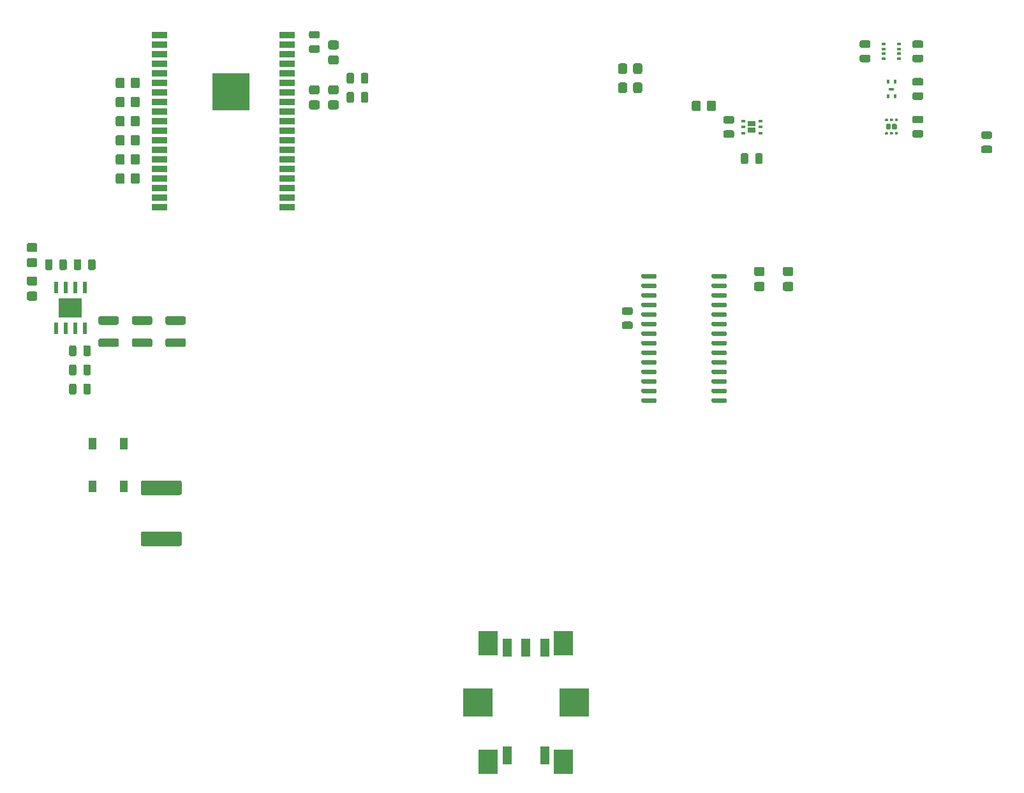
<source format=gbr>
G04 #@! TF.GenerationSoftware,KiCad,Pcbnew,(5.1.8-0-10_14)*
G04 #@! TF.CreationDate,2020-12-03T22:49:33-06:00*
G04 #@! TF.ProjectId,ClimateSprinklerController,436c696d-6174-4655-9370-72696e6b6c65,rev?*
G04 #@! TF.SameCoordinates,Original*
G04 #@! TF.FileFunction,Paste,Bot*
G04 #@! TF.FilePolarity,Positive*
%FSLAX46Y46*%
G04 Gerber Fmt 4.6, Leading zero omitted, Abs format (unit mm)*
G04 Created by KiCad (PCBNEW (5.1.8-0-10_14)) date 2020-12-03 22:49:33*
%MOMM*%
%LPD*%
G01*
G04 APERTURE LIST*
%ADD10R,1.050000X0.700000*%
%ADD11R,0.630000X0.450000*%
%ADD12R,5.000000X5.000000*%
%ADD13R,2.000000X0.900000*%
%ADD14R,1.300000X2.400000*%
%ADD15R,4.000000X3.750000*%
%ADD16R,2.500000X3.200000*%
%ADD17R,0.500000X0.350000*%
%ADD18R,0.300000X0.500000*%
%ADD19R,0.800000X0.350000*%
%ADD20R,3.100000X2.600000*%
%ADD21R,0.600000X1.550000*%
%ADD22R,1.100000X1.500000*%
G04 APERTURE END LIST*
D10*
X179959000Y-58947000D03*
X179959000Y-58147000D03*
D11*
X178809000Y-59347000D03*
X178809000Y-58547000D03*
X178809000Y-57747000D03*
X181109000Y-57747000D03*
X181109000Y-58547000D03*
X181109000Y-59347000D03*
G36*
G01*
X174009000Y-56203001D02*
X174009000Y-55302999D01*
G75*
G02*
X174258999Y-55053000I249999J0D01*
G01*
X174959001Y-55053000D01*
G75*
G02*
X175209000Y-55302999I0J-249999D01*
G01*
X175209000Y-56203001D01*
G75*
G02*
X174959001Y-56453000I-249999J0D01*
G01*
X174258999Y-56453000D01*
G75*
G02*
X174009000Y-56203001I0J249999D01*
G01*
G37*
G36*
G01*
X172009000Y-56203001D02*
X172009000Y-55302999D01*
G75*
G02*
X172258999Y-55053000I249999J0D01*
G01*
X172959001Y-55053000D01*
G75*
G02*
X173209000Y-55302999I0J-249999D01*
G01*
X173209000Y-56203001D01*
G75*
G02*
X172959001Y-56453000I-249999J0D01*
G01*
X172258999Y-56453000D01*
G75*
G02*
X172009000Y-56203001I0J249999D01*
G01*
G37*
G36*
G01*
X176436000Y-57097000D02*
X177386000Y-57097000D01*
G75*
G02*
X177636000Y-57347000I0J-250000D01*
G01*
X177636000Y-57847000D01*
G75*
G02*
X177386000Y-58097000I-250000J0D01*
G01*
X176436000Y-58097000D01*
G75*
G02*
X176186000Y-57847000I0J250000D01*
G01*
X176186000Y-57347000D01*
G75*
G02*
X176436000Y-57097000I250000J0D01*
G01*
G37*
G36*
G01*
X176436000Y-58997000D02*
X177386000Y-58997000D01*
G75*
G02*
X177636000Y-59247000I0J-250000D01*
G01*
X177636000Y-59747000D01*
G75*
G02*
X177386000Y-59997000I-250000J0D01*
G01*
X176436000Y-59997000D01*
G75*
G02*
X176186000Y-59747000I0J250000D01*
G01*
X176186000Y-59247000D01*
G75*
G02*
X176436000Y-58997000I250000J0D01*
G01*
G37*
G36*
G01*
X180409000Y-63213000D02*
X180409000Y-62263000D01*
G75*
G02*
X180659000Y-62013000I250000J0D01*
G01*
X181159000Y-62013000D01*
G75*
G02*
X181409000Y-62263000I0J-250000D01*
G01*
X181409000Y-63213000D01*
G75*
G02*
X181159000Y-63463000I-250000J0D01*
G01*
X180659000Y-63463000D01*
G75*
G02*
X180409000Y-63213000I0J250000D01*
G01*
G37*
G36*
G01*
X178509000Y-63213000D02*
X178509000Y-62263000D01*
G75*
G02*
X178759000Y-62013000I250000J0D01*
G01*
X179259000Y-62013000D01*
G75*
G02*
X179509000Y-62263000I0J-250000D01*
G01*
X179509000Y-63213000D01*
G75*
G02*
X179259000Y-63463000I-250000J0D01*
G01*
X178759000Y-63463000D01*
G75*
G02*
X178509000Y-63213000I0J250000D01*
G01*
G37*
G36*
G01*
X180524999Y-79140000D02*
X181425001Y-79140000D01*
G75*
G02*
X181675000Y-79389999I0J-249999D01*
G01*
X181675000Y-80090001D01*
G75*
G02*
X181425001Y-80340000I-249999J0D01*
G01*
X180524999Y-80340000D01*
G75*
G02*
X180275000Y-80090001I0J249999D01*
G01*
X180275000Y-79389999D01*
G75*
G02*
X180524999Y-79140000I249999J0D01*
G01*
G37*
G36*
G01*
X180524999Y-77140000D02*
X181425001Y-77140000D01*
G75*
G02*
X181675000Y-77389999I0J-249999D01*
G01*
X181675000Y-78090001D01*
G75*
G02*
X181425001Y-78340000I-249999J0D01*
G01*
X180524999Y-78340000D01*
G75*
G02*
X180275000Y-78090001I0J249999D01*
G01*
X180275000Y-77389999D01*
G75*
G02*
X180524999Y-77140000I249999J0D01*
G01*
G37*
G36*
G01*
X184334999Y-79140000D02*
X185235001Y-79140000D01*
G75*
G02*
X185485000Y-79389999I0J-249999D01*
G01*
X185485000Y-80090001D01*
G75*
G02*
X185235001Y-80340000I-249999J0D01*
G01*
X184334999Y-80340000D01*
G75*
G02*
X184085000Y-80090001I0J249999D01*
G01*
X184085000Y-79389999D01*
G75*
G02*
X184334999Y-79140000I249999J0D01*
G01*
G37*
G36*
G01*
X184334999Y-77140000D02*
X185235001Y-77140000D01*
G75*
G02*
X185485000Y-77389999I0J-249999D01*
G01*
X185485000Y-78090001D01*
G75*
G02*
X185235001Y-78340000I-249999J0D01*
G01*
X184334999Y-78340000D01*
G75*
G02*
X184085000Y-78090001I0J249999D01*
G01*
X184085000Y-77389999D01*
G75*
G02*
X184334999Y-77140000I249999J0D01*
G01*
G37*
G36*
G01*
X122370001Y-54210000D02*
X121469999Y-54210000D01*
G75*
G02*
X121220000Y-53960001I0J249999D01*
G01*
X121220000Y-53259999D01*
G75*
G02*
X121469999Y-53010000I249999J0D01*
G01*
X122370001Y-53010000D01*
G75*
G02*
X122620000Y-53259999I0J-249999D01*
G01*
X122620000Y-53960001D01*
G75*
G02*
X122370001Y-54210000I-249999J0D01*
G01*
G37*
G36*
G01*
X122370001Y-56210000D02*
X121469999Y-56210000D01*
G75*
G02*
X121220000Y-55960001I0J249999D01*
G01*
X121220000Y-55259999D01*
G75*
G02*
X121469999Y-55010000I249999J0D01*
G01*
X122370001Y-55010000D01*
G75*
G02*
X122620000Y-55259999I0J-249999D01*
G01*
X122620000Y-55960001D01*
G75*
G02*
X122370001Y-56210000I-249999J0D01*
G01*
G37*
G36*
G01*
X96755000Y-52254999D02*
X96755000Y-53155001D01*
G75*
G02*
X96505001Y-53405000I-249999J0D01*
G01*
X95804999Y-53405000D01*
G75*
G02*
X95555000Y-53155001I0J249999D01*
G01*
X95555000Y-52254999D01*
G75*
G02*
X95804999Y-52005000I249999J0D01*
G01*
X96505001Y-52005000D01*
G75*
G02*
X96755000Y-52254999I0J-249999D01*
G01*
G37*
G36*
G01*
X98755000Y-52254999D02*
X98755000Y-53155001D01*
G75*
G02*
X98505001Y-53405000I-249999J0D01*
G01*
X97804999Y-53405000D01*
G75*
G02*
X97555000Y-53155001I0J249999D01*
G01*
X97555000Y-52254999D01*
G75*
G02*
X97804999Y-52005000I249999J0D01*
G01*
X98505001Y-52005000D01*
G75*
G02*
X98755000Y-52254999I0J-249999D01*
G01*
G37*
G36*
G01*
X124009999Y-55010000D02*
X124910001Y-55010000D01*
G75*
G02*
X125160000Y-55259999I0J-249999D01*
G01*
X125160000Y-55960001D01*
G75*
G02*
X124910001Y-56210000I-249999J0D01*
G01*
X124009999Y-56210000D01*
G75*
G02*
X123760000Y-55960001I0J249999D01*
G01*
X123760000Y-55259999D01*
G75*
G02*
X124009999Y-55010000I249999J0D01*
G01*
G37*
G36*
G01*
X124009999Y-53010000D02*
X124910001Y-53010000D01*
G75*
G02*
X125160000Y-53259999I0J-249999D01*
G01*
X125160000Y-53960001D01*
G75*
G02*
X124910001Y-54210000I-249999J0D01*
G01*
X124009999Y-54210000D01*
G75*
G02*
X123760000Y-53960001I0J249999D01*
G01*
X123760000Y-53259999D01*
G75*
G02*
X124009999Y-53010000I249999J0D01*
G01*
G37*
G36*
G01*
X84004999Y-80410000D02*
X84905001Y-80410000D01*
G75*
G02*
X85155000Y-80659999I0J-249999D01*
G01*
X85155000Y-81360001D01*
G75*
G02*
X84905001Y-81610000I-249999J0D01*
G01*
X84004999Y-81610000D01*
G75*
G02*
X83755000Y-81360001I0J249999D01*
G01*
X83755000Y-80659999D01*
G75*
G02*
X84004999Y-80410000I249999J0D01*
G01*
G37*
G36*
G01*
X84004999Y-78410000D02*
X84905001Y-78410000D01*
G75*
G02*
X85155000Y-78659999I0J-249999D01*
G01*
X85155000Y-79360001D01*
G75*
G02*
X84905001Y-79610000I-249999J0D01*
G01*
X84004999Y-79610000D01*
G75*
G02*
X83755000Y-79360001I0J249999D01*
G01*
X83755000Y-78659999D01*
G75*
G02*
X84004999Y-78410000I249999J0D01*
G01*
G37*
G36*
G01*
X84004999Y-75965000D02*
X84905001Y-75965000D01*
G75*
G02*
X85155000Y-76214999I0J-249999D01*
G01*
X85155000Y-76915001D01*
G75*
G02*
X84905001Y-77165000I-249999J0D01*
G01*
X84004999Y-77165000D01*
G75*
G02*
X83755000Y-76915001I0J249999D01*
G01*
X83755000Y-76214999D01*
G75*
G02*
X84004999Y-75965000I249999J0D01*
G01*
G37*
G36*
G01*
X84004999Y-73965000D02*
X84905001Y-73965000D01*
G75*
G02*
X85155000Y-74214999I0J-249999D01*
G01*
X85155000Y-74915001D01*
G75*
G02*
X84905001Y-75165000I-249999J0D01*
G01*
X84004999Y-75165000D01*
G75*
G02*
X83755000Y-74915001I0J249999D01*
G01*
X83755000Y-74214999D01*
G75*
G02*
X84004999Y-73965000I249999J0D01*
G01*
G37*
G36*
G01*
X164230000Y-53790001D02*
X164230000Y-52889999D01*
G75*
G02*
X164479999Y-52640000I249999J0D01*
G01*
X165180001Y-52640000D01*
G75*
G02*
X165430000Y-52889999I0J-249999D01*
G01*
X165430000Y-53790001D01*
G75*
G02*
X165180001Y-54040000I-249999J0D01*
G01*
X164479999Y-54040000D01*
G75*
G02*
X164230000Y-53790001I0J249999D01*
G01*
G37*
G36*
G01*
X162230000Y-53790001D02*
X162230000Y-52889999D01*
G75*
G02*
X162479999Y-52640000I249999J0D01*
G01*
X163180001Y-52640000D01*
G75*
G02*
X163430000Y-52889999I0J-249999D01*
G01*
X163430000Y-53790001D01*
G75*
G02*
X163180001Y-54040000I-249999J0D01*
G01*
X162479999Y-54040000D01*
G75*
G02*
X162230000Y-53790001I0J249999D01*
G01*
G37*
G36*
G01*
X164230000Y-51250001D02*
X164230000Y-50349999D01*
G75*
G02*
X164479999Y-50100000I249999J0D01*
G01*
X165180001Y-50100000D01*
G75*
G02*
X165430000Y-50349999I0J-249999D01*
G01*
X165430000Y-51250001D01*
G75*
G02*
X165180001Y-51500000I-249999J0D01*
G01*
X164479999Y-51500000D01*
G75*
G02*
X164230000Y-51250001I0J249999D01*
G01*
G37*
G36*
G01*
X162230000Y-51250001D02*
X162230000Y-50349999D01*
G75*
G02*
X162479999Y-50100000I249999J0D01*
G01*
X163180001Y-50100000D01*
G75*
G02*
X163430000Y-50349999I0J-249999D01*
G01*
X163430000Y-51250001D01*
G75*
G02*
X163180001Y-51500000I-249999J0D01*
G01*
X162479999Y-51500000D01*
G75*
G02*
X162230000Y-51250001I0J249999D01*
G01*
G37*
G36*
G01*
X97555000Y-65855001D02*
X97555000Y-64954999D01*
G75*
G02*
X97804999Y-64705000I249999J0D01*
G01*
X98505001Y-64705000D01*
G75*
G02*
X98755000Y-64954999I0J-249999D01*
G01*
X98755000Y-65855001D01*
G75*
G02*
X98505001Y-66105000I-249999J0D01*
G01*
X97804999Y-66105000D01*
G75*
G02*
X97555000Y-65855001I0J249999D01*
G01*
G37*
G36*
G01*
X95555000Y-65855001D02*
X95555000Y-64954999D01*
G75*
G02*
X95804999Y-64705000I249999J0D01*
G01*
X96505001Y-64705000D01*
G75*
G02*
X96755000Y-64954999I0J-249999D01*
G01*
X96755000Y-65855001D01*
G75*
G02*
X96505001Y-66105000I-249999J0D01*
G01*
X95804999Y-66105000D01*
G75*
G02*
X95555000Y-65855001I0J249999D01*
G01*
G37*
G36*
G01*
X97555000Y-60775001D02*
X97555000Y-59874999D01*
G75*
G02*
X97804999Y-59625000I249999J0D01*
G01*
X98505001Y-59625000D01*
G75*
G02*
X98755000Y-59874999I0J-249999D01*
G01*
X98755000Y-60775001D01*
G75*
G02*
X98505001Y-61025000I-249999J0D01*
G01*
X97804999Y-61025000D01*
G75*
G02*
X97555000Y-60775001I0J249999D01*
G01*
G37*
G36*
G01*
X95555000Y-60775001D02*
X95555000Y-59874999D01*
G75*
G02*
X95804999Y-59625000I249999J0D01*
G01*
X96505001Y-59625000D01*
G75*
G02*
X96755000Y-59874999I0J-249999D01*
G01*
X96755000Y-60775001D01*
G75*
G02*
X96505001Y-61025000I-249999J0D01*
G01*
X95804999Y-61025000D01*
G75*
G02*
X95555000Y-60775001I0J249999D01*
G01*
G37*
G36*
G01*
X97555000Y-55695001D02*
X97555000Y-54794999D01*
G75*
G02*
X97804999Y-54545000I249999J0D01*
G01*
X98505001Y-54545000D01*
G75*
G02*
X98755000Y-54794999I0J-249999D01*
G01*
X98755000Y-55695001D01*
G75*
G02*
X98505001Y-55945000I-249999J0D01*
G01*
X97804999Y-55945000D01*
G75*
G02*
X97555000Y-55695001I0J249999D01*
G01*
G37*
G36*
G01*
X95555000Y-55695001D02*
X95555000Y-54794999D01*
G75*
G02*
X95804999Y-54545000I249999J0D01*
G01*
X96505001Y-54545000D01*
G75*
G02*
X96755000Y-54794999I0J-249999D01*
G01*
X96755000Y-55695001D01*
G75*
G02*
X96505001Y-55945000I-249999J0D01*
G01*
X95804999Y-55945000D01*
G75*
G02*
X95555000Y-55695001I0J249999D01*
G01*
G37*
G36*
G01*
X97555000Y-58235001D02*
X97555000Y-57334999D01*
G75*
G02*
X97804999Y-57085000I249999J0D01*
G01*
X98505001Y-57085000D01*
G75*
G02*
X98755000Y-57334999I0J-249999D01*
G01*
X98755000Y-58235001D01*
G75*
G02*
X98505001Y-58485000I-249999J0D01*
G01*
X97804999Y-58485000D01*
G75*
G02*
X97555000Y-58235001I0J249999D01*
G01*
G37*
G36*
G01*
X95555000Y-58235001D02*
X95555000Y-57334999D01*
G75*
G02*
X95804999Y-57085000I249999J0D01*
G01*
X96505001Y-57085000D01*
G75*
G02*
X96755000Y-57334999I0J-249999D01*
G01*
X96755000Y-58235001D01*
G75*
G02*
X96505001Y-58485000I-249999J0D01*
G01*
X95804999Y-58485000D01*
G75*
G02*
X95555000Y-58235001I0J249999D01*
G01*
G37*
G36*
G01*
X96755000Y-62414999D02*
X96755000Y-63315001D01*
G75*
G02*
X96505001Y-63565000I-249999J0D01*
G01*
X95804999Y-63565000D01*
G75*
G02*
X95555000Y-63315001I0J249999D01*
G01*
X95555000Y-62414999D01*
G75*
G02*
X95804999Y-62165000I249999J0D01*
G01*
X96505001Y-62165000D01*
G75*
G02*
X96755000Y-62414999I0J-249999D01*
G01*
G37*
G36*
G01*
X98755000Y-62414999D02*
X98755000Y-63315001D01*
G75*
G02*
X98505001Y-63565000I-249999J0D01*
G01*
X97804999Y-63565000D01*
G75*
G02*
X97555000Y-63315001I0J249999D01*
G01*
X97555000Y-62414999D01*
G75*
G02*
X97804999Y-62165000I249999J0D01*
G01*
X98505001Y-62165000D01*
G75*
G02*
X98755000Y-62414999I0J-249999D01*
G01*
G37*
G36*
G01*
X124910001Y-48250000D02*
X124009999Y-48250000D01*
G75*
G02*
X123760000Y-48000001I0J249999D01*
G01*
X123760000Y-47299999D01*
G75*
G02*
X124009999Y-47050000I249999J0D01*
G01*
X124910001Y-47050000D01*
G75*
G02*
X125160000Y-47299999I0J-249999D01*
G01*
X125160000Y-48000001D01*
G75*
G02*
X124910001Y-48250000I-249999J0D01*
G01*
G37*
G36*
G01*
X124910001Y-50250000D02*
X124009999Y-50250000D01*
G75*
G02*
X123760000Y-50000001I0J249999D01*
G01*
X123760000Y-49299999D01*
G75*
G02*
X124009999Y-49050000I249999J0D01*
G01*
X124910001Y-49050000D01*
G75*
G02*
X125160000Y-49299999I0J-249999D01*
G01*
X125160000Y-50000001D01*
G75*
G02*
X124910001Y-50250000I-249999J0D01*
G01*
G37*
D12*
X110846000Y-53855000D03*
D13*
X101346000Y-46355000D03*
X101346000Y-47625000D03*
X101346000Y-48895000D03*
X101346000Y-50165000D03*
X101346000Y-51435000D03*
X101346000Y-52705000D03*
X101346000Y-53975000D03*
X101346000Y-55245000D03*
X101346000Y-56515000D03*
X101346000Y-57785000D03*
X101346000Y-59055000D03*
X101346000Y-60325000D03*
X101346000Y-61595000D03*
X101346000Y-62865000D03*
X101346000Y-64135000D03*
X101346000Y-65405000D03*
X101346000Y-66675000D03*
X101346000Y-67945000D03*
X101346000Y-69215000D03*
X118346000Y-69215000D03*
X118346000Y-67945000D03*
X118346000Y-66675000D03*
X118346000Y-65405000D03*
X118346000Y-64135000D03*
X118346000Y-62865000D03*
X118346000Y-61595000D03*
X118346000Y-60325000D03*
X118346000Y-59055000D03*
X118346000Y-57785000D03*
X118346000Y-56515000D03*
X118346000Y-55245000D03*
X118346000Y-53975000D03*
X118346000Y-52705000D03*
X118346000Y-51435000D03*
X118346000Y-50165000D03*
X118346000Y-48895000D03*
X118346000Y-47625000D03*
X118346000Y-46355000D03*
G36*
G01*
X104605001Y-84825000D02*
X102404999Y-84825000D01*
G75*
G02*
X102155000Y-84575001I0J249999D01*
G01*
X102155000Y-83924999D01*
G75*
G02*
X102404999Y-83675000I249999J0D01*
G01*
X104605001Y-83675000D01*
G75*
G02*
X104855000Y-83924999I0J-249999D01*
G01*
X104855000Y-84575001D01*
G75*
G02*
X104605001Y-84825000I-249999J0D01*
G01*
G37*
G36*
G01*
X104605001Y-87775000D02*
X102404999Y-87775000D01*
G75*
G02*
X102155000Y-87525001I0J249999D01*
G01*
X102155000Y-86874999D01*
G75*
G02*
X102404999Y-86625000I249999J0D01*
G01*
X104605001Y-86625000D01*
G75*
G02*
X104855000Y-86874999I0J-249999D01*
G01*
X104855000Y-87525001D01*
G75*
G02*
X104605001Y-87775000I-249999J0D01*
G01*
G37*
G36*
G01*
X100160001Y-84825000D02*
X97959999Y-84825000D01*
G75*
G02*
X97710000Y-84575001I0J249999D01*
G01*
X97710000Y-83924999D01*
G75*
G02*
X97959999Y-83675000I249999J0D01*
G01*
X100160001Y-83675000D01*
G75*
G02*
X100410000Y-83924999I0J-249999D01*
G01*
X100410000Y-84575001D01*
G75*
G02*
X100160001Y-84825000I-249999J0D01*
G01*
G37*
G36*
G01*
X100160001Y-87775000D02*
X97959999Y-87775000D01*
G75*
G02*
X97710000Y-87525001I0J249999D01*
G01*
X97710000Y-86874999D01*
G75*
G02*
X97959999Y-86625000I249999J0D01*
G01*
X100160001Y-86625000D01*
G75*
G02*
X100410000Y-86874999I0J-249999D01*
G01*
X100410000Y-87525001D01*
G75*
G02*
X100160001Y-87775000I-249999J0D01*
G01*
G37*
G36*
G01*
X95715001Y-84825000D02*
X93514999Y-84825000D01*
G75*
G02*
X93265000Y-84575001I0J249999D01*
G01*
X93265000Y-83924999D01*
G75*
G02*
X93514999Y-83675000I249999J0D01*
G01*
X95715001Y-83675000D01*
G75*
G02*
X95965000Y-83924999I0J-249999D01*
G01*
X95965000Y-84575001D01*
G75*
G02*
X95715001Y-84825000I-249999J0D01*
G01*
G37*
G36*
G01*
X95715001Y-87775000D02*
X93514999Y-87775000D01*
G75*
G02*
X93265000Y-87525001I0J249999D01*
G01*
X93265000Y-86874999D01*
G75*
G02*
X93514999Y-86625000I249999J0D01*
G01*
X95715001Y-86625000D01*
G75*
G02*
X95965000Y-86874999I0J-249999D01*
G01*
X95965000Y-87525001D01*
G75*
G02*
X95715001Y-87775000I-249999J0D01*
G01*
G37*
G36*
G01*
X128085000Y-55085000D02*
X128085000Y-54135000D01*
G75*
G02*
X128335000Y-53885000I250000J0D01*
G01*
X128835000Y-53885000D01*
G75*
G02*
X129085000Y-54135000I0J-250000D01*
G01*
X129085000Y-55085000D01*
G75*
G02*
X128835000Y-55335000I-250000J0D01*
G01*
X128335000Y-55335000D01*
G75*
G02*
X128085000Y-55085000I0J250000D01*
G01*
G37*
G36*
G01*
X126185000Y-55085000D02*
X126185000Y-54135000D01*
G75*
G02*
X126435000Y-53885000I250000J0D01*
G01*
X126935000Y-53885000D01*
G75*
G02*
X127185000Y-54135000I0J-250000D01*
G01*
X127185000Y-55085000D01*
G75*
G02*
X126935000Y-55335000I-250000J0D01*
G01*
X126435000Y-55335000D01*
G75*
G02*
X126185000Y-55085000I0J250000D01*
G01*
G37*
G36*
G01*
X128085000Y-52545000D02*
X128085000Y-51595000D01*
G75*
G02*
X128335000Y-51345000I250000J0D01*
G01*
X128835000Y-51345000D01*
G75*
G02*
X129085000Y-51595000I0J-250000D01*
G01*
X129085000Y-52545000D01*
G75*
G02*
X128835000Y-52795000I-250000J0D01*
G01*
X128335000Y-52795000D01*
G75*
G02*
X128085000Y-52545000I0J250000D01*
G01*
G37*
G36*
G01*
X126185000Y-52545000D02*
X126185000Y-51595000D01*
G75*
G02*
X126435000Y-51345000I250000J0D01*
G01*
X126935000Y-51345000D01*
G75*
G02*
X127185000Y-51595000I0J-250000D01*
G01*
X127185000Y-52545000D01*
G75*
G02*
X126935000Y-52795000I-250000J0D01*
G01*
X126435000Y-52795000D01*
G75*
G02*
X126185000Y-52545000I0J250000D01*
G01*
G37*
G36*
G01*
X211612500Y-60129000D02*
X210662500Y-60129000D01*
G75*
G02*
X210412500Y-59879000I0J250000D01*
G01*
X210412500Y-59379000D01*
G75*
G02*
X210662500Y-59129000I250000J0D01*
G01*
X211612500Y-59129000D01*
G75*
G02*
X211862500Y-59379000I0J-250000D01*
G01*
X211862500Y-59879000D01*
G75*
G02*
X211612500Y-60129000I-250000J0D01*
G01*
G37*
G36*
G01*
X211612500Y-62029000D02*
X210662500Y-62029000D01*
G75*
G02*
X210412500Y-61779000I0J250000D01*
G01*
X210412500Y-61279000D01*
G75*
G02*
X210662500Y-61029000I250000J0D01*
G01*
X211612500Y-61029000D01*
G75*
G02*
X211862500Y-61279000I0J-250000D01*
G01*
X211862500Y-61779000D01*
G75*
G02*
X211612500Y-62029000I-250000J0D01*
G01*
G37*
D14*
X147500000Y-127700000D03*
X150000000Y-127700000D03*
X152500000Y-127700000D03*
D15*
X143625000Y-135000000D03*
D14*
X152500000Y-142000000D03*
X147500000Y-142000000D03*
D15*
X156375000Y-135000000D03*
D16*
X145000000Y-142900000D03*
X155000000Y-142900000D03*
X145000000Y-127100000D03*
X155000000Y-127100000D03*
G36*
G01*
X121445000Y-47694000D02*
X122395000Y-47694000D01*
G75*
G02*
X122645000Y-47944000I0J-250000D01*
G01*
X122645000Y-48444000D01*
G75*
G02*
X122395000Y-48694000I-250000J0D01*
G01*
X121445000Y-48694000D01*
G75*
G02*
X121195000Y-48444000I0J250000D01*
G01*
X121195000Y-47944000D01*
G75*
G02*
X121445000Y-47694000I250000J0D01*
G01*
G37*
G36*
G01*
X121445000Y-45794000D02*
X122395000Y-45794000D01*
G75*
G02*
X122645000Y-46044000I0J-250000D01*
G01*
X122645000Y-46544000D01*
G75*
G02*
X122395000Y-46794000I-250000J0D01*
G01*
X121445000Y-46794000D01*
G75*
G02*
X121195000Y-46544000I0J250000D01*
G01*
X121195000Y-46044000D01*
G75*
G02*
X121445000Y-45794000I250000J0D01*
G01*
G37*
G36*
G01*
X174610000Y-95019000D02*
X174610000Y-94719000D01*
G75*
G02*
X174760000Y-94569000I150000J0D01*
G01*
X176510000Y-94569000D01*
G75*
G02*
X176660000Y-94719000I0J-150000D01*
G01*
X176660000Y-95019000D01*
G75*
G02*
X176510000Y-95169000I-150000J0D01*
G01*
X174760000Y-95169000D01*
G75*
G02*
X174610000Y-95019000I0J150000D01*
G01*
G37*
G36*
G01*
X174610000Y-93749000D02*
X174610000Y-93449000D01*
G75*
G02*
X174760000Y-93299000I150000J0D01*
G01*
X176510000Y-93299000D01*
G75*
G02*
X176660000Y-93449000I0J-150000D01*
G01*
X176660000Y-93749000D01*
G75*
G02*
X176510000Y-93899000I-150000J0D01*
G01*
X174760000Y-93899000D01*
G75*
G02*
X174610000Y-93749000I0J150000D01*
G01*
G37*
G36*
G01*
X174610000Y-92479000D02*
X174610000Y-92179000D01*
G75*
G02*
X174760000Y-92029000I150000J0D01*
G01*
X176510000Y-92029000D01*
G75*
G02*
X176660000Y-92179000I0J-150000D01*
G01*
X176660000Y-92479000D01*
G75*
G02*
X176510000Y-92629000I-150000J0D01*
G01*
X174760000Y-92629000D01*
G75*
G02*
X174610000Y-92479000I0J150000D01*
G01*
G37*
G36*
G01*
X174610000Y-91209000D02*
X174610000Y-90909000D01*
G75*
G02*
X174760000Y-90759000I150000J0D01*
G01*
X176510000Y-90759000D01*
G75*
G02*
X176660000Y-90909000I0J-150000D01*
G01*
X176660000Y-91209000D01*
G75*
G02*
X176510000Y-91359000I-150000J0D01*
G01*
X174760000Y-91359000D01*
G75*
G02*
X174610000Y-91209000I0J150000D01*
G01*
G37*
G36*
G01*
X174610000Y-89939000D02*
X174610000Y-89639000D01*
G75*
G02*
X174760000Y-89489000I150000J0D01*
G01*
X176510000Y-89489000D01*
G75*
G02*
X176660000Y-89639000I0J-150000D01*
G01*
X176660000Y-89939000D01*
G75*
G02*
X176510000Y-90089000I-150000J0D01*
G01*
X174760000Y-90089000D01*
G75*
G02*
X174610000Y-89939000I0J150000D01*
G01*
G37*
G36*
G01*
X174610000Y-88669000D02*
X174610000Y-88369000D01*
G75*
G02*
X174760000Y-88219000I150000J0D01*
G01*
X176510000Y-88219000D01*
G75*
G02*
X176660000Y-88369000I0J-150000D01*
G01*
X176660000Y-88669000D01*
G75*
G02*
X176510000Y-88819000I-150000J0D01*
G01*
X174760000Y-88819000D01*
G75*
G02*
X174610000Y-88669000I0J150000D01*
G01*
G37*
G36*
G01*
X174610000Y-87399000D02*
X174610000Y-87099000D01*
G75*
G02*
X174760000Y-86949000I150000J0D01*
G01*
X176510000Y-86949000D01*
G75*
G02*
X176660000Y-87099000I0J-150000D01*
G01*
X176660000Y-87399000D01*
G75*
G02*
X176510000Y-87549000I-150000J0D01*
G01*
X174760000Y-87549000D01*
G75*
G02*
X174610000Y-87399000I0J150000D01*
G01*
G37*
G36*
G01*
X174610000Y-86129000D02*
X174610000Y-85829000D01*
G75*
G02*
X174760000Y-85679000I150000J0D01*
G01*
X176510000Y-85679000D01*
G75*
G02*
X176660000Y-85829000I0J-150000D01*
G01*
X176660000Y-86129000D01*
G75*
G02*
X176510000Y-86279000I-150000J0D01*
G01*
X174760000Y-86279000D01*
G75*
G02*
X174610000Y-86129000I0J150000D01*
G01*
G37*
G36*
G01*
X174610000Y-84859000D02*
X174610000Y-84559000D01*
G75*
G02*
X174760000Y-84409000I150000J0D01*
G01*
X176510000Y-84409000D01*
G75*
G02*
X176660000Y-84559000I0J-150000D01*
G01*
X176660000Y-84859000D01*
G75*
G02*
X176510000Y-85009000I-150000J0D01*
G01*
X174760000Y-85009000D01*
G75*
G02*
X174610000Y-84859000I0J150000D01*
G01*
G37*
G36*
G01*
X174610000Y-83589000D02*
X174610000Y-83289000D01*
G75*
G02*
X174760000Y-83139000I150000J0D01*
G01*
X176510000Y-83139000D01*
G75*
G02*
X176660000Y-83289000I0J-150000D01*
G01*
X176660000Y-83589000D01*
G75*
G02*
X176510000Y-83739000I-150000J0D01*
G01*
X174760000Y-83739000D01*
G75*
G02*
X174610000Y-83589000I0J150000D01*
G01*
G37*
G36*
G01*
X174610000Y-82319000D02*
X174610000Y-82019000D01*
G75*
G02*
X174760000Y-81869000I150000J0D01*
G01*
X176510000Y-81869000D01*
G75*
G02*
X176660000Y-82019000I0J-150000D01*
G01*
X176660000Y-82319000D01*
G75*
G02*
X176510000Y-82469000I-150000J0D01*
G01*
X174760000Y-82469000D01*
G75*
G02*
X174610000Y-82319000I0J150000D01*
G01*
G37*
G36*
G01*
X174610000Y-81049000D02*
X174610000Y-80749000D01*
G75*
G02*
X174760000Y-80599000I150000J0D01*
G01*
X176510000Y-80599000D01*
G75*
G02*
X176660000Y-80749000I0J-150000D01*
G01*
X176660000Y-81049000D01*
G75*
G02*
X176510000Y-81199000I-150000J0D01*
G01*
X174760000Y-81199000D01*
G75*
G02*
X174610000Y-81049000I0J150000D01*
G01*
G37*
G36*
G01*
X174610000Y-79779000D02*
X174610000Y-79479000D01*
G75*
G02*
X174760000Y-79329000I150000J0D01*
G01*
X176510000Y-79329000D01*
G75*
G02*
X176660000Y-79479000I0J-150000D01*
G01*
X176660000Y-79779000D01*
G75*
G02*
X176510000Y-79929000I-150000J0D01*
G01*
X174760000Y-79929000D01*
G75*
G02*
X174610000Y-79779000I0J150000D01*
G01*
G37*
G36*
G01*
X174610000Y-78509000D02*
X174610000Y-78209000D01*
G75*
G02*
X174760000Y-78059000I150000J0D01*
G01*
X176510000Y-78059000D01*
G75*
G02*
X176660000Y-78209000I0J-150000D01*
G01*
X176660000Y-78509000D01*
G75*
G02*
X176510000Y-78659000I-150000J0D01*
G01*
X174760000Y-78659000D01*
G75*
G02*
X174610000Y-78509000I0J150000D01*
G01*
G37*
G36*
G01*
X165310000Y-78509000D02*
X165310000Y-78209000D01*
G75*
G02*
X165460000Y-78059000I150000J0D01*
G01*
X167210000Y-78059000D01*
G75*
G02*
X167360000Y-78209000I0J-150000D01*
G01*
X167360000Y-78509000D01*
G75*
G02*
X167210000Y-78659000I-150000J0D01*
G01*
X165460000Y-78659000D01*
G75*
G02*
X165310000Y-78509000I0J150000D01*
G01*
G37*
G36*
G01*
X165310000Y-79779000D02*
X165310000Y-79479000D01*
G75*
G02*
X165460000Y-79329000I150000J0D01*
G01*
X167210000Y-79329000D01*
G75*
G02*
X167360000Y-79479000I0J-150000D01*
G01*
X167360000Y-79779000D01*
G75*
G02*
X167210000Y-79929000I-150000J0D01*
G01*
X165460000Y-79929000D01*
G75*
G02*
X165310000Y-79779000I0J150000D01*
G01*
G37*
G36*
G01*
X165310000Y-81049000D02*
X165310000Y-80749000D01*
G75*
G02*
X165460000Y-80599000I150000J0D01*
G01*
X167210000Y-80599000D01*
G75*
G02*
X167360000Y-80749000I0J-150000D01*
G01*
X167360000Y-81049000D01*
G75*
G02*
X167210000Y-81199000I-150000J0D01*
G01*
X165460000Y-81199000D01*
G75*
G02*
X165310000Y-81049000I0J150000D01*
G01*
G37*
G36*
G01*
X165310000Y-82319000D02*
X165310000Y-82019000D01*
G75*
G02*
X165460000Y-81869000I150000J0D01*
G01*
X167210000Y-81869000D01*
G75*
G02*
X167360000Y-82019000I0J-150000D01*
G01*
X167360000Y-82319000D01*
G75*
G02*
X167210000Y-82469000I-150000J0D01*
G01*
X165460000Y-82469000D01*
G75*
G02*
X165310000Y-82319000I0J150000D01*
G01*
G37*
G36*
G01*
X165310000Y-83589000D02*
X165310000Y-83289000D01*
G75*
G02*
X165460000Y-83139000I150000J0D01*
G01*
X167210000Y-83139000D01*
G75*
G02*
X167360000Y-83289000I0J-150000D01*
G01*
X167360000Y-83589000D01*
G75*
G02*
X167210000Y-83739000I-150000J0D01*
G01*
X165460000Y-83739000D01*
G75*
G02*
X165310000Y-83589000I0J150000D01*
G01*
G37*
G36*
G01*
X165310000Y-84859000D02*
X165310000Y-84559000D01*
G75*
G02*
X165460000Y-84409000I150000J0D01*
G01*
X167210000Y-84409000D01*
G75*
G02*
X167360000Y-84559000I0J-150000D01*
G01*
X167360000Y-84859000D01*
G75*
G02*
X167210000Y-85009000I-150000J0D01*
G01*
X165460000Y-85009000D01*
G75*
G02*
X165310000Y-84859000I0J150000D01*
G01*
G37*
G36*
G01*
X165310000Y-86129000D02*
X165310000Y-85829000D01*
G75*
G02*
X165460000Y-85679000I150000J0D01*
G01*
X167210000Y-85679000D01*
G75*
G02*
X167360000Y-85829000I0J-150000D01*
G01*
X167360000Y-86129000D01*
G75*
G02*
X167210000Y-86279000I-150000J0D01*
G01*
X165460000Y-86279000D01*
G75*
G02*
X165310000Y-86129000I0J150000D01*
G01*
G37*
G36*
G01*
X165310000Y-87399000D02*
X165310000Y-87099000D01*
G75*
G02*
X165460000Y-86949000I150000J0D01*
G01*
X167210000Y-86949000D01*
G75*
G02*
X167360000Y-87099000I0J-150000D01*
G01*
X167360000Y-87399000D01*
G75*
G02*
X167210000Y-87549000I-150000J0D01*
G01*
X165460000Y-87549000D01*
G75*
G02*
X165310000Y-87399000I0J150000D01*
G01*
G37*
G36*
G01*
X165310000Y-88669000D02*
X165310000Y-88369000D01*
G75*
G02*
X165460000Y-88219000I150000J0D01*
G01*
X167210000Y-88219000D01*
G75*
G02*
X167360000Y-88369000I0J-150000D01*
G01*
X167360000Y-88669000D01*
G75*
G02*
X167210000Y-88819000I-150000J0D01*
G01*
X165460000Y-88819000D01*
G75*
G02*
X165310000Y-88669000I0J150000D01*
G01*
G37*
G36*
G01*
X165310000Y-89939000D02*
X165310000Y-89639000D01*
G75*
G02*
X165460000Y-89489000I150000J0D01*
G01*
X167210000Y-89489000D01*
G75*
G02*
X167360000Y-89639000I0J-150000D01*
G01*
X167360000Y-89939000D01*
G75*
G02*
X167210000Y-90089000I-150000J0D01*
G01*
X165460000Y-90089000D01*
G75*
G02*
X165310000Y-89939000I0J150000D01*
G01*
G37*
G36*
G01*
X165310000Y-91209000D02*
X165310000Y-90909000D01*
G75*
G02*
X165460000Y-90759000I150000J0D01*
G01*
X167210000Y-90759000D01*
G75*
G02*
X167360000Y-90909000I0J-150000D01*
G01*
X167360000Y-91209000D01*
G75*
G02*
X167210000Y-91359000I-150000J0D01*
G01*
X165460000Y-91359000D01*
G75*
G02*
X165310000Y-91209000I0J150000D01*
G01*
G37*
G36*
G01*
X165310000Y-92479000D02*
X165310000Y-92179000D01*
G75*
G02*
X165460000Y-92029000I150000J0D01*
G01*
X167210000Y-92029000D01*
G75*
G02*
X167360000Y-92179000I0J-150000D01*
G01*
X167360000Y-92479000D01*
G75*
G02*
X167210000Y-92629000I-150000J0D01*
G01*
X165460000Y-92629000D01*
G75*
G02*
X165310000Y-92479000I0J150000D01*
G01*
G37*
G36*
G01*
X165310000Y-93749000D02*
X165310000Y-93449000D01*
G75*
G02*
X165460000Y-93299000I150000J0D01*
G01*
X167210000Y-93299000D01*
G75*
G02*
X167360000Y-93449000I0J-150000D01*
G01*
X167360000Y-93749000D01*
G75*
G02*
X167210000Y-93899000I-150000J0D01*
G01*
X165460000Y-93899000D01*
G75*
G02*
X165310000Y-93749000I0J150000D01*
G01*
G37*
G36*
G01*
X165310000Y-95019000D02*
X165310000Y-94719000D01*
G75*
G02*
X165460000Y-94569000I150000J0D01*
G01*
X167210000Y-94569000D01*
G75*
G02*
X167360000Y-94719000I0J-150000D01*
G01*
X167360000Y-95019000D01*
G75*
G02*
X167210000Y-95169000I-150000J0D01*
G01*
X165460000Y-95169000D01*
G75*
G02*
X165310000Y-95019000I0J150000D01*
G01*
G37*
D17*
X199525000Y-49475000D03*
X199525000Y-48825000D03*
X199525000Y-48175000D03*
X199525000Y-47525000D03*
X197475000Y-47525000D03*
X197475000Y-48175000D03*
X197475000Y-48825000D03*
X197475000Y-49475000D03*
D18*
X198025000Y-52550000D03*
X198975000Y-54450000D03*
X198025000Y-54450000D03*
X198975000Y-52550000D03*
D19*
X198500000Y-53500000D03*
G36*
G01*
X198740000Y-58095000D02*
X199060000Y-58095000D01*
G75*
G02*
X199220000Y-58255000I0J-160000D01*
G01*
X199220000Y-58745000D01*
G75*
G02*
X199060000Y-58905000I-160000J0D01*
G01*
X198740000Y-58905000D01*
G75*
G02*
X198580000Y-58745000I0J160000D01*
G01*
X198580000Y-58255000D01*
G75*
G02*
X198740000Y-58095000I160000J0D01*
G01*
G37*
G36*
G01*
X197940000Y-58095000D02*
X198260000Y-58095000D01*
G75*
G02*
X198420000Y-58255000I0J-160000D01*
G01*
X198420000Y-58745000D01*
G75*
G02*
X198260000Y-58905000I-160000J0D01*
G01*
X197940000Y-58905000D01*
G75*
G02*
X197780000Y-58745000I0J160000D01*
G01*
X197780000Y-58255000D01*
G75*
G02*
X197940000Y-58095000I160000J0D01*
G01*
G37*
G36*
G01*
X197743750Y-59200000D02*
X197956250Y-59200000D01*
G75*
G02*
X198050000Y-59293750I0J-93750D01*
G01*
X198050000Y-59481250D01*
G75*
G02*
X197956250Y-59575000I-93750J0D01*
G01*
X197743750Y-59575000D01*
G75*
G02*
X197650000Y-59481250I0J93750D01*
G01*
X197650000Y-59293750D01*
G75*
G02*
X197743750Y-59200000I93750J0D01*
G01*
G37*
G36*
G01*
X198393750Y-59200000D02*
X198606250Y-59200000D01*
G75*
G02*
X198700000Y-59293750I0J-93750D01*
G01*
X198700000Y-59481250D01*
G75*
G02*
X198606250Y-59575000I-93750J0D01*
G01*
X198393750Y-59575000D01*
G75*
G02*
X198300000Y-59481250I0J93750D01*
G01*
X198300000Y-59293750D01*
G75*
G02*
X198393750Y-59200000I93750J0D01*
G01*
G37*
G36*
G01*
X199043750Y-59200000D02*
X199256250Y-59200000D01*
G75*
G02*
X199350000Y-59293750I0J-93750D01*
G01*
X199350000Y-59481250D01*
G75*
G02*
X199256250Y-59575000I-93750J0D01*
G01*
X199043750Y-59575000D01*
G75*
G02*
X198950000Y-59481250I0J93750D01*
G01*
X198950000Y-59293750D01*
G75*
G02*
X199043750Y-59200000I93750J0D01*
G01*
G37*
G36*
G01*
X199043750Y-57425000D02*
X199256250Y-57425000D01*
G75*
G02*
X199350000Y-57518750I0J-93750D01*
G01*
X199350000Y-57706250D01*
G75*
G02*
X199256250Y-57800000I-93750J0D01*
G01*
X199043750Y-57800000D01*
G75*
G02*
X198950000Y-57706250I0J93750D01*
G01*
X198950000Y-57518750D01*
G75*
G02*
X199043750Y-57425000I93750J0D01*
G01*
G37*
G36*
G01*
X198393750Y-57425000D02*
X198606250Y-57425000D01*
G75*
G02*
X198700000Y-57518750I0J-93750D01*
G01*
X198700000Y-57706250D01*
G75*
G02*
X198606250Y-57800000I-93750J0D01*
G01*
X198393750Y-57800000D01*
G75*
G02*
X198300000Y-57706250I0J93750D01*
G01*
X198300000Y-57518750D01*
G75*
G02*
X198393750Y-57425000I93750J0D01*
G01*
G37*
G36*
G01*
X197743750Y-57425000D02*
X197956250Y-57425000D01*
G75*
G02*
X198050000Y-57518750I0J-93750D01*
G01*
X198050000Y-57706250D01*
G75*
G02*
X197956250Y-57800000I-93750J0D01*
G01*
X197743750Y-57800000D01*
G75*
G02*
X197650000Y-57706250I0J93750D01*
G01*
X197650000Y-57518750D01*
G75*
G02*
X197743750Y-57425000I93750J0D01*
G01*
G37*
G36*
G01*
X91255000Y-91280000D02*
X91255000Y-90330000D01*
G75*
G02*
X91505000Y-90080000I250000J0D01*
G01*
X92005000Y-90080000D01*
G75*
G02*
X92255000Y-90330000I0J-250000D01*
G01*
X92255000Y-91280000D01*
G75*
G02*
X92005000Y-91530000I-250000J0D01*
G01*
X91505000Y-91530000D01*
G75*
G02*
X91255000Y-91280000I0J250000D01*
G01*
G37*
G36*
G01*
X89355000Y-91280000D02*
X89355000Y-90330000D01*
G75*
G02*
X89605000Y-90080000I250000J0D01*
G01*
X90105000Y-90080000D01*
G75*
G02*
X90355000Y-90330000I0J-250000D01*
G01*
X90355000Y-91280000D01*
G75*
G02*
X90105000Y-91530000I-250000J0D01*
G01*
X89605000Y-91530000D01*
G75*
G02*
X89355000Y-91280000I0J250000D01*
G01*
G37*
D20*
X89535000Y-82550000D03*
D21*
X91440000Y-79850000D03*
X90170000Y-79850000D03*
X88900000Y-79850000D03*
X87630000Y-79850000D03*
X87630000Y-85250000D03*
X88900000Y-85250000D03*
X90170000Y-85250000D03*
X91440000Y-85250000D03*
G36*
G01*
X104075001Y-107430000D02*
X99124999Y-107430000D01*
G75*
G02*
X98875000Y-107180001I0J249999D01*
G01*
X98875000Y-105754999D01*
G75*
G02*
X99124999Y-105505000I249999J0D01*
G01*
X104075001Y-105505000D01*
G75*
G02*
X104325000Y-105754999I0J-249999D01*
G01*
X104325000Y-107180001D01*
G75*
G02*
X104075001Y-107430000I-249999J0D01*
G01*
G37*
G36*
G01*
X104075001Y-114205000D02*
X99124999Y-114205000D01*
G75*
G02*
X98875000Y-113955001I0J249999D01*
G01*
X98875000Y-112529999D01*
G75*
G02*
X99124999Y-112280000I249999J0D01*
G01*
X104075001Y-112280000D01*
G75*
G02*
X104325000Y-112529999I0J-249999D01*
G01*
X104325000Y-113955001D01*
G75*
G02*
X104075001Y-114205000I-249999J0D01*
G01*
G37*
G36*
G01*
X202475000Y-53050000D02*
X201525000Y-53050000D01*
G75*
G02*
X201275000Y-52800000I0J250000D01*
G01*
X201275000Y-52300000D01*
G75*
G02*
X201525000Y-52050000I250000J0D01*
G01*
X202475000Y-52050000D01*
G75*
G02*
X202725000Y-52300000I0J-250000D01*
G01*
X202725000Y-52800000D01*
G75*
G02*
X202475000Y-53050000I-250000J0D01*
G01*
G37*
G36*
G01*
X202475000Y-54950000D02*
X201525000Y-54950000D01*
G75*
G02*
X201275000Y-54700000I0J250000D01*
G01*
X201275000Y-54200000D01*
G75*
G02*
X201525000Y-53950000I250000J0D01*
G01*
X202475000Y-53950000D01*
G75*
G02*
X202725000Y-54200000I0J-250000D01*
G01*
X202725000Y-54700000D01*
G75*
G02*
X202475000Y-54950000I-250000J0D01*
G01*
G37*
G36*
G01*
X195475000Y-48050000D02*
X194525000Y-48050000D01*
G75*
G02*
X194275000Y-47800000I0J250000D01*
G01*
X194275000Y-47300000D01*
G75*
G02*
X194525000Y-47050000I250000J0D01*
G01*
X195475000Y-47050000D01*
G75*
G02*
X195725000Y-47300000I0J-250000D01*
G01*
X195725000Y-47800000D01*
G75*
G02*
X195475000Y-48050000I-250000J0D01*
G01*
G37*
G36*
G01*
X195475000Y-49950000D02*
X194525000Y-49950000D01*
G75*
G02*
X194275000Y-49700000I0J250000D01*
G01*
X194275000Y-49200000D01*
G75*
G02*
X194525000Y-48950000I250000J0D01*
G01*
X195475000Y-48950000D01*
G75*
G02*
X195725000Y-49200000I0J-250000D01*
G01*
X195725000Y-49700000D01*
G75*
G02*
X195475000Y-49950000I-250000J0D01*
G01*
G37*
G36*
G01*
X202475000Y-48050000D02*
X201525000Y-48050000D01*
G75*
G02*
X201275000Y-47800000I0J250000D01*
G01*
X201275000Y-47300000D01*
G75*
G02*
X201525000Y-47050000I250000J0D01*
G01*
X202475000Y-47050000D01*
G75*
G02*
X202725000Y-47300000I0J-250000D01*
G01*
X202725000Y-47800000D01*
G75*
G02*
X202475000Y-48050000I-250000J0D01*
G01*
G37*
G36*
G01*
X202475000Y-49950000D02*
X201525000Y-49950000D01*
G75*
G02*
X201275000Y-49700000I0J250000D01*
G01*
X201275000Y-49200000D01*
G75*
G02*
X201525000Y-48950000I250000J0D01*
G01*
X202475000Y-48950000D01*
G75*
G02*
X202725000Y-49200000I0J-250000D01*
G01*
X202725000Y-49700000D01*
G75*
G02*
X202475000Y-49950000I-250000J0D01*
G01*
G37*
G36*
G01*
X202475000Y-58050000D02*
X201525000Y-58050000D01*
G75*
G02*
X201275000Y-57800000I0J250000D01*
G01*
X201275000Y-57300000D01*
G75*
G02*
X201525000Y-57050000I250000J0D01*
G01*
X202475000Y-57050000D01*
G75*
G02*
X202725000Y-57300000I0J-250000D01*
G01*
X202725000Y-57800000D01*
G75*
G02*
X202475000Y-58050000I-250000J0D01*
G01*
G37*
G36*
G01*
X202475000Y-59950000D02*
X201525000Y-59950000D01*
G75*
G02*
X201275000Y-59700000I0J250000D01*
G01*
X201275000Y-59200000D01*
G75*
G02*
X201525000Y-58950000I250000J0D01*
G01*
X202475000Y-58950000D01*
G75*
G02*
X202725000Y-59200000I0J-250000D01*
G01*
X202725000Y-59700000D01*
G75*
G02*
X202475000Y-59950000I-250000J0D01*
G01*
G37*
G36*
G01*
X91255000Y-93820000D02*
X91255000Y-92870000D01*
G75*
G02*
X91505000Y-92620000I250000J0D01*
G01*
X92005000Y-92620000D01*
G75*
G02*
X92255000Y-92870000I0J-250000D01*
G01*
X92255000Y-93820000D01*
G75*
G02*
X92005000Y-94070000I-250000J0D01*
G01*
X91505000Y-94070000D01*
G75*
G02*
X91255000Y-93820000I0J250000D01*
G01*
G37*
G36*
G01*
X89355000Y-93820000D02*
X89355000Y-92870000D01*
G75*
G02*
X89605000Y-92620000I250000J0D01*
G01*
X90105000Y-92620000D01*
G75*
G02*
X90355000Y-92870000I0J-250000D01*
G01*
X90355000Y-93820000D01*
G75*
G02*
X90105000Y-94070000I-250000J0D01*
G01*
X89605000Y-94070000D01*
G75*
G02*
X89355000Y-93820000I0J250000D01*
G01*
G37*
G36*
G01*
X163924000Y-83497000D02*
X162974000Y-83497000D01*
G75*
G02*
X162724000Y-83247000I0J250000D01*
G01*
X162724000Y-82747000D01*
G75*
G02*
X162974000Y-82497000I250000J0D01*
G01*
X163924000Y-82497000D01*
G75*
G02*
X164174000Y-82747000I0J-250000D01*
G01*
X164174000Y-83247000D01*
G75*
G02*
X163924000Y-83497000I-250000J0D01*
G01*
G37*
G36*
G01*
X163924000Y-85397000D02*
X162974000Y-85397000D01*
G75*
G02*
X162724000Y-85147000I0J250000D01*
G01*
X162724000Y-84647000D01*
G75*
G02*
X162974000Y-84397000I250000J0D01*
G01*
X163924000Y-84397000D01*
G75*
G02*
X164174000Y-84647000I0J-250000D01*
G01*
X164174000Y-85147000D01*
G75*
G02*
X163924000Y-85397000I-250000J0D01*
G01*
G37*
G36*
G01*
X91890000Y-77310000D02*
X91890000Y-76360000D01*
G75*
G02*
X92140000Y-76110000I250000J0D01*
G01*
X92640000Y-76110000D01*
G75*
G02*
X92890000Y-76360000I0J-250000D01*
G01*
X92890000Y-77310000D01*
G75*
G02*
X92640000Y-77560000I-250000J0D01*
G01*
X92140000Y-77560000D01*
G75*
G02*
X91890000Y-77310000I0J250000D01*
G01*
G37*
G36*
G01*
X89990000Y-77310000D02*
X89990000Y-76360000D01*
G75*
G02*
X90240000Y-76110000I250000J0D01*
G01*
X90740000Y-76110000D01*
G75*
G02*
X90990000Y-76360000I0J-250000D01*
G01*
X90990000Y-77310000D01*
G75*
G02*
X90740000Y-77560000I-250000J0D01*
G01*
X90240000Y-77560000D01*
G75*
G02*
X89990000Y-77310000I0J250000D01*
G01*
G37*
G36*
G01*
X87180000Y-76360000D02*
X87180000Y-77310000D01*
G75*
G02*
X86930000Y-77560000I-250000J0D01*
G01*
X86430000Y-77560000D01*
G75*
G02*
X86180000Y-77310000I0J250000D01*
G01*
X86180000Y-76360000D01*
G75*
G02*
X86430000Y-76110000I250000J0D01*
G01*
X86930000Y-76110000D01*
G75*
G02*
X87180000Y-76360000I0J-250000D01*
G01*
G37*
G36*
G01*
X89080000Y-76360000D02*
X89080000Y-77310000D01*
G75*
G02*
X88830000Y-77560000I-250000J0D01*
G01*
X88330000Y-77560000D01*
G75*
G02*
X88080000Y-77310000I0J250000D01*
G01*
X88080000Y-76360000D01*
G75*
G02*
X88330000Y-76110000I250000J0D01*
G01*
X88830000Y-76110000D01*
G75*
G02*
X89080000Y-76360000I0J-250000D01*
G01*
G37*
G36*
G01*
X91255000Y-88740000D02*
X91255000Y-87790000D01*
G75*
G02*
X91505000Y-87540000I250000J0D01*
G01*
X92005000Y-87540000D01*
G75*
G02*
X92255000Y-87790000I0J-250000D01*
G01*
X92255000Y-88740000D01*
G75*
G02*
X92005000Y-88990000I-250000J0D01*
G01*
X91505000Y-88990000D01*
G75*
G02*
X91255000Y-88740000I0J250000D01*
G01*
G37*
G36*
G01*
X89355000Y-88740000D02*
X89355000Y-87790000D01*
G75*
G02*
X89605000Y-87540000I250000J0D01*
G01*
X90105000Y-87540000D01*
G75*
G02*
X90355000Y-87790000I0J-250000D01*
G01*
X90355000Y-88740000D01*
G75*
G02*
X90105000Y-88990000I-250000J0D01*
G01*
X89605000Y-88990000D01*
G75*
G02*
X89355000Y-88740000I0J250000D01*
G01*
G37*
D22*
X92515000Y-106305000D03*
X96615000Y-106305000D03*
X96615000Y-100605000D03*
X92515000Y-100605000D03*
M02*

</source>
